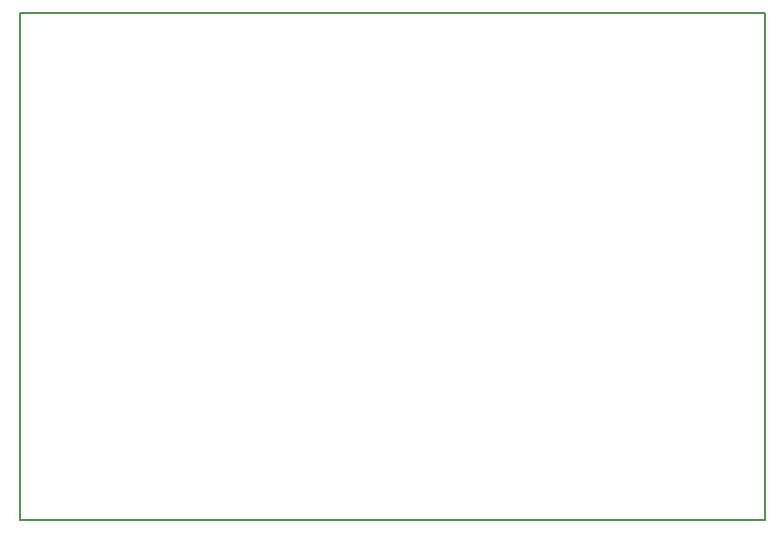
<source format=gm1>
G04 #@! TF.FileFunction,Profile,NP*
%FSLAX46Y46*%
G04 Gerber Fmt 4.6, Leading zero omitted, Abs format (unit mm)*
G04 Created by KiCad (PCBNEW 4.0.7) date 06/27/18 11:47:53*
%MOMM*%
%LPD*%
G01*
G04 APERTURE LIST*
%ADD10C,0.100000*%
%ADD11C,0.150000*%
G04 APERTURE END LIST*
D10*
D11*
X153162000Y-75057000D02*
X90043000Y-75057000D01*
X90043000Y-117983000D02*
X90043000Y-75057000D01*
X153162000Y-117983000D02*
X90043000Y-117983000D01*
X153162000Y-75057000D02*
X153162000Y-117983000D01*
M02*

</source>
